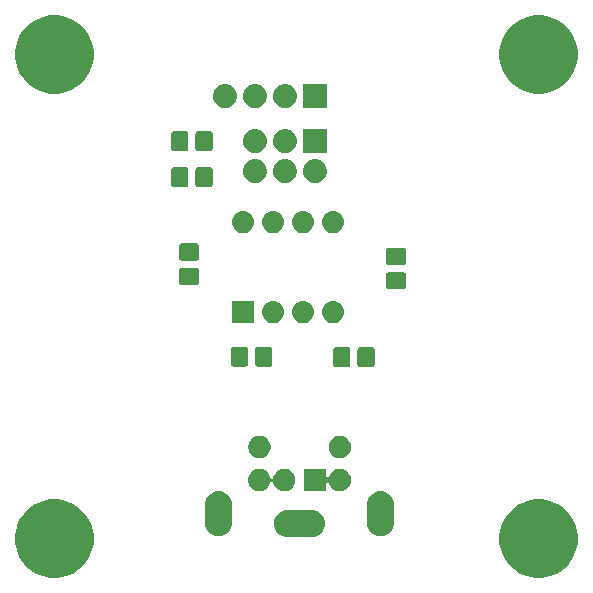
<source format=gbr>
G04 #@! TF.GenerationSoftware,KiCad,Pcbnew,(5.0.2)-1*
G04 #@! TF.CreationDate,2020-01-01T19:06:28-05:00*
G04 #@! TF.ProjectId,TinyPS2,54696e79-5053-4322-9e6b-696361645f70,X1*
G04 #@! TF.SameCoordinates,Original*
G04 #@! TF.FileFunction,Soldermask,Top*
G04 #@! TF.FilePolarity,Negative*
%FSLAX46Y46*%
G04 Gerber Fmt 4.6, Leading zero omitted, Abs format (unit mm)*
G04 Created by KiCad (PCBNEW (5.0.2)-1) date 1/1/2020 7:06:28 PM*
%MOMM*%
%LPD*%
G01*
G04 APERTURE LIST*
%ADD10C,0.150000*%
G04 APERTURE END LIST*
D10*
G36*
X14970564Y-51800469D02*
X14970566Y-51800470D01*
X14970567Y-51800470D01*
X15576115Y-52051296D01*
X15621164Y-52081397D01*
X16121097Y-52415442D01*
X16584558Y-52878903D01*
X16584560Y-52878906D01*
X16948704Y-53423885D01*
X17151677Y-53913906D01*
X17199531Y-54029436D01*
X17323132Y-54650821D01*
X17327400Y-54672280D01*
X17327400Y-55327720D01*
X17199530Y-55970567D01*
X16948704Y-56576115D01*
X16948703Y-56576116D01*
X16584558Y-57121097D01*
X16121097Y-57584558D01*
X16121094Y-57584560D01*
X15576115Y-57948704D01*
X14970567Y-58199530D01*
X14970566Y-58199530D01*
X14970564Y-58199531D01*
X14327722Y-58327400D01*
X13672278Y-58327400D01*
X13029436Y-58199531D01*
X13029434Y-58199530D01*
X13029433Y-58199530D01*
X12423885Y-57948704D01*
X11878906Y-57584560D01*
X11878903Y-57584558D01*
X11415442Y-57121097D01*
X11051297Y-56576116D01*
X11051296Y-56576115D01*
X10800470Y-55970567D01*
X10672600Y-55327720D01*
X10672600Y-54672280D01*
X10676868Y-54650821D01*
X10800469Y-54029436D01*
X10848323Y-53913906D01*
X11051296Y-53423885D01*
X11415440Y-52878906D01*
X11415442Y-52878903D01*
X11878903Y-52415442D01*
X12378836Y-52081397D01*
X12423885Y-52051296D01*
X13029433Y-51800470D01*
X13029434Y-51800470D01*
X13029436Y-51800469D01*
X13672278Y-51672600D01*
X14327722Y-51672600D01*
X14970564Y-51800469D01*
X14970564Y-51800469D01*
G37*
G36*
X55970564Y-51800469D02*
X55970566Y-51800470D01*
X55970567Y-51800470D01*
X56576115Y-52051296D01*
X56621164Y-52081397D01*
X57121097Y-52415442D01*
X57584558Y-52878903D01*
X57584560Y-52878906D01*
X57948704Y-53423885D01*
X58151677Y-53913906D01*
X58199531Y-54029436D01*
X58323132Y-54650821D01*
X58327400Y-54672280D01*
X58327400Y-55327720D01*
X58199530Y-55970567D01*
X57948704Y-56576115D01*
X57948703Y-56576116D01*
X57584558Y-57121097D01*
X57121097Y-57584558D01*
X57121094Y-57584560D01*
X56576115Y-57948704D01*
X55970567Y-58199530D01*
X55970566Y-58199530D01*
X55970564Y-58199531D01*
X55327722Y-58327400D01*
X54672278Y-58327400D01*
X54029436Y-58199531D01*
X54029434Y-58199530D01*
X54029433Y-58199530D01*
X53423885Y-57948704D01*
X52878906Y-57584560D01*
X52878903Y-57584558D01*
X52415442Y-57121097D01*
X52051297Y-56576116D01*
X52051296Y-56576115D01*
X51800470Y-55970567D01*
X51672600Y-55327720D01*
X51672600Y-54672280D01*
X51676868Y-54650821D01*
X51800469Y-54029436D01*
X51848323Y-53913906D01*
X52051296Y-53423885D01*
X52415440Y-52878906D01*
X52415442Y-52878903D01*
X52878903Y-52415442D01*
X53378836Y-52081397D01*
X53423885Y-52051296D01*
X54029433Y-51800470D01*
X54029434Y-51800470D01*
X54029436Y-51800469D01*
X54672278Y-51672600D01*
X55327722Y-51672600D01*
X55970564Y-51800469D01*
X55970564Y-51800469D01*
G37*
G36*
X35881039Y-52541158D02*
X35993910Y-52552275D01*
X36211138Y-52618171D01*
X36211140Y-52618172D01*
X36211143Y-52618173D01*
X36411337Y-52725178D01*
X36586812Y-52869188D01*
X36730822Y-53044663D01*
X36837827Y-53244857D01*
X36837828Y-53244860D01*
X36837829Y-53244862D01*
X36903725Y-53462090D01*
X36925975Y-53688000D01*
X36903725Y-53913910D01*
X36837829Y-54131138D01*
X36837827Y-54131143D01*
X36730822Y-54331337D01*
X36586812Y-54506812D01*
X36411337Y-54650822D01*
X36211143Y-54757827D01*
X36211140Y-54757828D01*
X36211138Y-54757829D01*
X35993910Y-54823725D01*
X35881039Y-54834842D01*
X35824606Y-54840400D01*
X33711394Y-54840400D01*
X33654961Y-54834842D01*
X33542090Y-54823725D01*
X33324862Y-54757829D01*
X33324860Y-54757828D01*
X33324857Y-54757827D01*
X33124663Y-54650822D01*
X32949188Y-54506812D01*
X32805178Y-54331337D01*
X32698173Y-54131143D01*
X32698171Y-54131138D01*
X32632275Y-53913910D01*
X32610025Y-53688000D01*
X32632275Y-53462090D01*
X32698171Y-53244862D01*
X32698172Y-53244860D01*
X32698173Y-53244857D01*
X32805178Y-53044663D01*
X32949188Y-52869188D01*
X33124663Y-52725178D01*
X33324857Y-52618173D01*
X33324860Y-52618172D01*
X33324862Y-52618171D01*
X33542090Y-52552275D01*
X33654961Y-52541158D01*
X33711394Y-52535600D01*
X35824606Y-52535600D01*
X35881039Y-52541158D01*
X35881039Y-52541158D01*
G37*
G36*
X41843909Y-51002275D02*
X42061137Y-51068171D01*
X42061139Y-51068172D01*
X42061142Y-51068173D01*
X42261336Y-51175178D01*
X42436812Y-51319188D01*
X42580822Y-51494663D01*
X42687827Y-51694857D01*
X42687827Y-51694858D01*
X42687829Y-51694862D01*
X42753725Y-51912090D01*
X42753725Y-51912094D01*
X42767436Y-52051296D01*
X42770400Y-52081396D01*
X42770400Y-53694604D01*
X42753725Y-53863910D01*
X42687829Y-54081138D01*
X42687827Y-54081143D01*
X42580822Y-54281337D01*
X42436812Y-54456812D01*
X42261337Y-54600822D01*
X42061143Y-54707827D01*
X42061140Y-54707828D01*
X42061138Y-54707829D01*
X41843910Y-54773725D01*
X41618000Y-54795975D01*
X41392091Y-54773725D01*
X41174863Y-54707829D01*
X41174861Y-54707828D01*
X41174858Y-54707827D01*
X40974664Y-54600822D01*
X40799189Y-54456812D01*
X40655179Y-54281337D01*
X40548171Y-54081138D01*
X40482275Y-53863911D01*
X40465600Y-53694606D01*
X40465600Y-52081395D01*
X40482275Y-51912095D01*
X40482275Y-51912091D01*
X40548171Y-51694863D01*
X40548172Y-51694861D01*
X40548173Y-51694858D01*
X40655178Y-51494664D01*
X40799188Y-51319188D01*
X40974663Y-51175178D01*
X41174857Y-51068173D01*
X41174860Y-51068172D01*
X41174862Y-51068171D01*
X41392090Y-51002275D01*
X41618000Y-50980025D01*
X41843909Y-51002275D01*
X41843909Y-51002275D01*
G37*
G36*
X28143909Y-51002275D02*
X28361137Y-51068171D01*
X28361139Y-51068172D01*
X28361142Y-51068173D01*
X28561336Y-51175178D01*
X28736812Y-51319188D01*
X28880822Y-51494663D01*
X28987827Y-51694857D01*
X28987827Y-51694858D01*
X28987829Y-51694862D01*
X29053725Y-51912090D01*
X29053725Y-51912094D01*
X29067436Y-52051296D01*
X29070400Y-52081396D01*
X29070400Y-53694604D01*
X29053725Y-53863910D01*
X28987829Y-54081138D01*
X28987827Y-54081143D01*
X28880822Y-54281337D01*
X28736812Y-54456812D01*
X28561337Y-54600822D01*
X28361143Y-54707827D01*
X28361140Y-54707828D01*
X28361138Y-54707829D01*
X28143910Y-54773725D01*
X27918000Y-54795975D01*
X27692091Y-54773725D01*
X27474863Y-54707829D01*
X27474861Y-54707828D01*
X27474858Y-54707827D01*
X27274664Y-54600822D01*
X27099189Y-54456812D01*
X26955179Y-54281337D01*
X26848171Y-54081138D01*
X26782275Y-53863911D01*
X26765600Y-53694606D01*
X26765600Y-52081395D01*
X26782275Y-51912095D01*
X26782275Y-51912091D01*
X26848171Y-51694863D01*
X26848172Y-51694861D01*
X26848173Y-51694858D01*
X26955178Y-51494664D01*
X27099188Y-51319188D01*
X27274663Y-51175178D01*
X27474857Y-51068173D01*
X27474860Y-51068172D01*
X27474862Y-51068171D01*
X27692090Y-51002275D01*
X27918000Y-50980025D01*
X28143909Y-51002275D01*
X28143909Y-51002275D01*
G37*
G36*
X31535404Y-49100240D02*
X31645805Y-49122200D01*
X31819130Y-49193994D01*
X31819131Y-49193995D01*
X31975122Y-49298225D01*
X32107775Y-49430878D01*
X32107777Y-49430881D01*
X32212006Y-49586870D01*
X32283800Y-49760195D01*
X32294978Y-49816393D01*
X32295402Y-49818523D01*
X32302515Y-49841972D01*
X32314066Y-49863583D01*
X32329612Y-49882525D01*
X32348554Y-49898071D01*
X32370165Y-49909622D01*
X32393614Y-49916735D01*
X32418000Y-49919137D01*
X32442386Y-49916735D01*
X32465835Y-49909622D01*
X32487446Y-49898071D01*
X32506388Y-49882525D01*
X32521934Y-49863583D01*
X32533485Y-49841972D01*
X32540598Y-49818523D01*
X32541022Y-49816393D01*
X32552200Y-49760195D01*
X32623994Y-49586870D01*
X32728223Y-49430881D01*
X32728225Y-49430878D01*
X32860878Y-49298225D01*
X33016869Y-49193995D01*
X33016870Y-49193994D01*
X33190195Y-49122200D01*
X33300596Y-49100240D01*
X33374195Y-49085600D01*
X33561805Y-49085600D01*
X33635404Y-49100240D01*
X33745805Y-49122200D01*
X33919130Y-49193994D01*
X33919131Y-49193995D01*
X34075122Y-49298225D01*
X34207775Y-49430878D01*
X34207777Y-49430881D01*
X34312006Y-49586870D01*
X34383800Y-49760195D01*
X34394978Y-49816393D01*
X34420400Y-49944195D01*
X34420400Y-50131805D01*
X34414938Y-50159265D01*
X34383800Y-50315805D01*
X34312006Y-50489130D01*
X34312005Y-50489131D01*
X34207775Y-50645122D01*
X34075122Y-50777775D01*
X34075119Y-50777777D01*
X33919130Y-50882006D01*
X33745805Y-50953800D01*
X33635404Y-50975760D01*
X33561805Y-50990400D01*
X33374195Y-50990400D01*
X33300596Y-50975760D01*
X33190195Y-50953800D01*
X33016870Y-50882006D01*
X32860881Y-50777777D01*
X32860878Y-50777775D01*
X32728225Y-50645122D01*
X32623995Y-50489131D01*
X32623994Y-50489130D01*
X32552200Y-50315805D01*
X32540598Y-50257476D01*
X32533485Y-50234028D01*
X32521934Y-50212417D01*
X32506388Y-50193475D01*
X32487446Y-50177929D01*
X32465835Y-50166378D01*
X32442386Y-50159265D01*
X32418000Y-50156863D01*
X32393614Y-50159265D01*
X32370165Y-50166378D01*
X32348554Y-50177929D01*
X32329612Y-50193475D01*
X32314066Y-50212417D01*
X32302515Y-50234028D01*
X32295402Y-50257476D01*
X32283800Y-50315805D01*
X32212006Y-50489130D01*
X32212005Y-50489131D01*
X32107775Y-50645122D01*
X31975122Y-50777775D01*
X31975119Y-50777777D01*
X31819130Y-50882006D01*
X31645805Y-50953800D01*
X31535404Y-50975760D01*
X31461805Y-50990400D01*
X31274195Y-50990400D01*
X31200596Y-50975760D01*
X31090195Y-50953800D01*
X30916870Y-50882006D01*
X30760881Y-50777777D01*
X30760878Y-50777775D01*
X30628225Y-50645122D01*
X30523995Y-50489131D01*
X30523994Y-50489130D01*
X30452200Y-50315805D01*
X30421062Y-50159265D01*
X30415600Y-50131805D01*
X30415600Y-49944195D01*
X30441022Y-49816393D01*
X30452200Y-49760195D01*
X30523994Y-49586870D01*
X30628223Y-49430881D01*
X30628225Y-49430878D01*
X30760878Y-49298225D01*
X30916869Y-49193995D01*
X30916870Y-49193994D01*
X31090195Y-49122200D01*
X31200596Y-49100240D01*
X31274195Y-49085600D01*
X31461805Y-49085600D01*
X31535404Y-49100240D01*
X31535404Y-49100240D01*
G37*
G36*
X37020400Y-49691393D02*
X37022802Y-49715779D01*
X37029915Y-49739228D01*
X37041466Y-49760839D01*
X37057012Y-49779781D01*
X37075954Y-49795327D01*
X37097565Y-49806878D01*
X37121014Y-49813991D01*
X37145400Y-49816393D01*
X37169786Y-49813991D01*
X37193235Y-49806878D01*
X37214846Y-49795327D01*
X37233788Y-49779781D01*
X37249334Y-49760839D01*
X37260883Y-49739234D01*
X37323994Y-49586870D01*
X37428223Y-49430881D01*
X37428225Y-49430878D01*
X37560878Y-49298225D01*
X37716869Y-49193995D01*
X37716870Y-49193994D01*
X37890195Y-49122200D01*
X38000596Y-49100240D01*
X38074195Y-49085600D01*
X38261805Y-49085600D01*
X38335404Y-49100240D01*
X38445805Y-49122200D01*
X38619130Y-49193994D01*
X38619131Y-49193995D01*
X38775122Y-49298225D01*
X38907775Y-49430878D01*
X38907777Y-49430881D01*
X39012006Y-49586870D01*
X39083800Y-49760195D01*
X39094978Y-49816393D01*
X39120400Y-49944195D01*
X39120400Y-50131805D01*
X39114938Y-50159265D01*
X39083800Y-50315805D01*
X39012006Y-50489130D01*
X39012005Y-50489131D01*
X38907775Y-50645122D01*
X38775122Y-50777775D01*
X38775119Y-50777777D01*
X38619130Y-50882006D01*
X38445805Y-50953800D01*
X38335404Y-50975760D01*
X38261805Y-50990400D01*
X38074195Y-50990400D01*
X38000596Y-50975760D01*
X37890195Y-50953800D01*
X37716870Y-50882006D01*
X37560881Y-50777777D01*
X37560878Y-50777775D01*
X37428225Y-50645122D01*
X37323995Y-50489131D01*
X37323994Y-50489130D01*
X37260883Y-50336766D01*
X37249333Y-50315160D01*
X37233788Y-50296218D01*
X37214846Y-50280673D01*
X37193235Y-50269122D01*
X37169786Y-50262009D01*
X37145400Y-50259607D01*
X37121013Y-50262009D01*
X37097564Y-50269122D01*
X37075953Y-50280674D01*
X37057011Y-50296219D01*
X37041466Y-50315161D01*
X37029915Y-50336772D01*
X37022802Y-50360221D01*
X37020400Y-50384607D01*
X37020400Y-50990400D01*
X35115600Y-50990400D01*
X35115600Y-49085600D01*
X37020400Y-49085600D01*
X37020400Y-49691393D01*
X37020400Y-49691393D01*
G37*
G36*
X31535404Y-46300240D02*
X31645805Y-46322200D01*
X31819130Y-46393994D01*
X31819131Y-46393995D01*
X31975122Y-46498225D01*
X32107775Y-46630878D01*
X32107777Y-46630881D01*
X32212006Y-46786870D01*
X32283800Y-46960195D01*
X32320400Y-47144197D01*
X32320400Y-47331803D01*
X32283800Y-47515805D01*
X32212006Y-47689130D01*
X32212005Y-47689131D01*
X32107775Y-47845122D01*
X31975122Y-47977775D01*
X31975119Y-47977777D01*
X31819130Y-48082006D01*
X31645805Y-48153800D01*
X31535404Y-48175760D01*
X31461805Y-48190400D01*
X31274195Y-48190400D01*
X31200596Y-48175760D01*
X31090195Y-48153800D01*
X30916870Y-48082006D01*
X30760881Y-47977777D01*
X30760878Y-47977775D01*
X30628225Y-47845122D01*
X30523995Y-47689131D01*
X30523994Y-47689130D01*
X30452200Y-47515805D01*
X30415600Y-47331803D01*
X30415600Y-47144197D01*
X30452200Y-46960195D01*
X30523994Y-46786870D01*
X30628223Y-46630881D01*
X30628225Y-46630878D01*
X30760878Y-46498225D01*
X30916869Y-46393995D01*
X30916870Y-46393994D01*
X31090195Y-46322200D01*
X31200596Y-46300240D01*
X31274195Y-46285600D01*
X31461805Y-46285600D01*
X31535404Y-46300240D01*
X31535404Y-46300240D01*
G37*
G36*
X38335404Y-46300240D02*
X38445805Y-46322200D01*
X38619130Y-46393994D01*
X38619131Y-46393995D01*
X38775122Y-46498225D01*
X38907775Y-46630878D01*
X38907777Y-46630881D01*
X39012006Y-46786870D01*
X39083800Y-46960195D01*
X39120400Y-47144197D01*
X39120400Y-47331803D01*
X39083800Y-47515805D01*
X39012006Y-47689130D01*
X39012005Y-47689131D01*
X38907775Y-47845122D01*
X38775122Y-47977775D01*
X38775119Y-47977777D01*
X38619130Y-48082006D01*
X38445805Y-48153800D01*
X38335404Y-48175760D01*
X38261805Y-48190400D01*
X38074195Y-48190400D01*
X38000596Y-48175760D01*
X37890195Y-48153800D01*
X37716870Y-48082006D01*
X37560881Y-47977777D01*
X37560878Y-47977775D01*
X37428225Y-47845122D01*
X37323995Y-47689131D01*
X37323994Y-47689130D01*
X37252200Y-47515805D01*
X37215600Y-47331803D01*
X37215600Y-47144197D01*
X37252200Y-46960195D01*
X37323994Y-46786870D01*
X37428223Y-46630881D01*
X37428225Y-46630878D01*
X37560878Y-46498225D01*
X37716869Y-46393995D01*
X37716870Y-46393994D01*
X37890195Y-46322200D01*
X38000596Y-46300240D01*
X38074195Y-46285600D01*
X38261805Y-46285600D01*
X38335404Y-46300240D01*
X38335404Y-46300240D01*
G37*
G36*
X40924591Y-38776912D02*
X40970549Y-38790854D01*
X41012907Y-38813495D01*
X41050035Y-38843965D01*
X41080505Y-38881093D01*
X41103146Y-38923451D01*
X41117088Y-38969409D01*
X41122400Y-39023348D01*
X41122400Y-40224652D01*
X41117088Y-40278591D01*
X41103146Y-40324549D01*
X41080505Y-40366907D01*
X41050035Y-40404035D01*
X41012907Y-40434505D01*
X40970549Y-40457146D01*
X40924591Y-40471088D01*
X40870652Y-40476400D01*
X39919348Y-40476400D01*
X39865409Y-40471088D01*
X39819451Y-40457146D01*
X39777093Y-40434505D01*
X39739965Y-40404035D01*
X39709495Y-40366907D01*
X39686854Y-40324549D01*
X39672912Y-40278591D01*
X39667600Y-40224652D01*
X39667600Y-39023348D01*
X39672912Y-38969409D01*
X39686854Y-38923451D01*
X39709495Y-38881093D01*
X39739965Y-38843965D01*
X39777093Y-38813495D01*
X39819451Y-38790854D01*
X39865409Y-38776912D01*
X39919348Y-38771600D01*
X40870652Y-38771600D01*
X40924591Y-38776912D01*
X40924591Y-38776912D01*
G37*
G36*
X38874591Y-38776912D02*
X38920549Y-38790854D01*
X38962907Y-38813495D01*
X39000035Y-38843965D01*
X39030505Y-38881093D01*
X39053146Y-38923451D01*
X39067088Y-38969409D01*
X39072400Y-39023348D01*
X39072400Y-40224652D01*
X39067088Y-40278591D01*
X39053146Y-40324549D01*
X39030505Y-40366907D01*
X39000035Y-40404035D01*
X38962907Y-40434505D01*
X38920549Y-40457146D01*
X38874591Y-40471088D01*
X38820652Y-40476400D01*
X37869348Y-40476400D01*
X37815409Y-40471088D01*
X37769451Y-40457146D01*
X37727093Y-40434505D01*
X37689965Y-40404035D01*
X37659495Y-40366907D01*
X37636854Y-40324549D01*
X37622912Y-40278591D01*
X37617600Y-40224652D01*
X37617600Y-39023348D01*
X37622912Y-38969409D01*
X37636854Y-38923451D01*
X37659495Y-38881093D01*
X37689965Y-38843965D01*
X37727093Y-38813495D01*
X37769451Y-38790854D01*
X37815409Y-38776912D01*
X37869348Y-38771600D01*
X38820652Y-38771600D01*
X38874591Y-38776912D01*
X38874591Y-38776912D01*
G37*
G36*
X32258592Y-38735913D02*
X32304550Y-38749855D01*
X32346908Y-38772496D01*
X32384036Y-38802966D01*
X32414506Y-38840094D01*
X32437147Y-38882452D01*
X32451089Y-38928410D01*
X32456401Y-38982349D01*
X32456401Y-40183653D01*
X32451089Y-40237592D01*
X32437147Y-40283550D01*
X32414506Y-40325908D01*
X32384036Y-40363036D01*
X32346908Y-40393506D01*
X32304550Y-40416147D01*
X32258592Y-40430089D01*
X32204653Y-40435401D01*
X31253349Y-40435401D01*
X31199410Y-40430089D01*
X31153452Y-40416147D01*
X31111094Y-40393506D01*
X31073966Y-40363036D01*
X31043496Y-40325908D01*
X31020855Y-40283550D01*
X31006913Y-40237592D01*
X31001601Y-40183653D01*
X31001601Y-38982349D01*
X31006913Y-38928410D01*
X31020855Y-38882452D01*
X31043496Y-38840094D01*
X31073966Y-38802966D01*
X31111094Y-38772496D01*
X31153452Y-38749855D01*
X31199410Y-38735913D01*
X31253349Y-38730601D01*
X32204653Y-38730601D01*
X32258592Y-38735913D01*
X32258592Y-38735913D01*
G37*
G36*
X30208592Y-38735913D02*
X30254550Y-38749855D01*
X30296908Y-38772496D01*
X30334036Y-38802966D01*
X30364506Y-38840094D01*
X30387147Y-38882452D01*
X30401089Y-38928410D01*
X30406401Y-38982349D01*
X30406401Y-40183653D01*
X30401089Y-40237592D01*
X30387147Y-40283550D01*
X30364506Y-40325908D01*
X30334036Y-40363036D01*
X30296908Y-40393506D01*
X30254550Y-40416147D01*
X30208592Y-40430089D01*
X30154653Y-40435401D01*
X29203349Y-40435401D01*
X29149410Y-40430089D01*
X29103452Y-40416147D01*
X29061094Y-40393506D01*
X29023966Y-40363036D01*
X28993496Y-40325908D01*
X28970855Y-40283550D01*
X28956913Y-40237592D01*
X28951601Y-40183653D01*
X28951601Y-38982349D01*
X28956913Y-38928410D01*
X28970855Y-38882452D01*
X28993496Y-38840094D01*
X29023966Y-38802966D01*
X29061094Y-38772496D01*
X29103452Y-38749855D01*
X29149410Y-38735913D01*
X29203349Y-38730601D01*
X30154653Y-38730601D01*
X30208592Y-38735913D01*
X30208592Y-38735913D01*
G37*
G36*
X37778699Y-34875380D02*
X37778702Y-34875381D01*
X37778703Y-34875381D01*
X37958231Y-34929840D01*
X37958233Y-34929841D01*
X37958236Y-34929842D01*
X38123686Y-35018276D01*
X38268707Y-35137293D01*
X38387724Y-35282314D01*
X38476158Y-35447764D01*
X38530620Y-35627301D01*
X38549008Y-35814000D01*
X38530620Y-36000699D01*
X38476158Y-36180236D01*
X38387724Y-36345686D01*
X38268707Y-36490707D01*
X38123686Y-36609724D01*
X37958236Y-36698158D01*
X37958233Y-36698159D01*
X37958231Y-36698160D01*
X37778703Y-36752619D01*
X37778702Y-36752619D01*
X37778699Y-36752620D01*
X37638789Y-36766400D01*
X37545211Y-36766400D01*
X37405301Y-36752620D01*
X37405298Y-36752619D01*
X37405297Y-36752619D01*
X37225769Y-36698160D01*
X37225767Y-36698159D01*
X37225764Y-36698158D01*
X37060314Y-36609724D01*
X36915293Y-36490707D01*
X36796276Y-36345686D01*
X36707842Y-36180236D01*
X36653380Y-36000699D01*
X36634992Y-35814000D01*
X36653380Y-35627301D01*
X36707842Y-35447764D01*
X36796276Y-35282314D01*
X36915293Y-35137293D01*
X37060314Y-35018276D01*
X37225764Y-34929842D01*
X37225767Y-34929841D01*
X37225769Y-34929840D01*
X37405297Y-34875381D01*
X37405298Y-34875381D01*
X37405301Y-34875380D01*
X37545211Y-34861600D01*
X37638789Y-34861600D01*
X37778699Y-34875380D01*
X37778699Y-34875380D01*
G37*
G36*
X35238699Y-34875380D02*
X35238702Y-34875381D01*
X35238703Y-34875381D01*
X35418231Y-34929840D01*
X35418233Y-34929841D01*
X35418236Y-34929842D01*
X35583686Y-35018276D01*
X35728707Y-35137293D01*
X35847724Y-35282314D01*
X35936158Y-35447764D01*
X35990620Y-35627301D01*
X36009008Y-35814000D01*
X35990620Y-36000699D01*
X35936158Y-36180236D01*
X35847724Y-36345686D01*
X35728707Y-36490707D01*
X35583686Y-36609724D01*
X35418236Y-36698158D01*
X35418233Y-36698159D01*
X35418231Y-36698160D01*
X35238703Y-36752619D01*
X35238702Y-36752619D01*
X35238699Y-36752620D01*
X35098789Y-36766400D01*
X35005211Y-36766400D01*
X34865301Y-36752620D01*
X34865298Y-36752619D01*
X34865297Y-36752619D01*
X34685769Y-36698160D01*
X34685767Y-36698159D01*
X34685764Y-36698158D01*
X34520314Y-36609724D01*
X34375293Y-36490707D01*
X34256276Y-36345686D01*
X34167842Y-36180236D01*
X34113380Y-36000699D01*
X34094992Y-35814000D01*
X34113380Y-35627301D01*
X34167842Y-35447764D01*
X34256276Y-35282314D01*
X34375293Y-35137293D01*
X34520314Y-35018276D01*
X34685764Y-34929842D01*
X34685767Y-34929841D01*
X34685769Y-34929840D01*
X34865297Y-34875381D01*
X34865298Y-34875381D01*
X34865301Y-34875380D01*
X35005211Y-34861600D01*
X35098789Y-34861600D01*
X35238699Y-34875380D01*
X35238699Y-34875380D01*
G37*
G36*
X32698699Y-34875380D02*
X32698702Y-34875381D01*
X32698703Y-34875381D01*
X32878231Y-34929840D01*
X32878233Y-34929841D01*
X32878236Y-34929842D01*
X33043686Y-35018276D01*
X33188707Y-35137293D01*
X33307724Y-35282314D01*
X33396158Y-35447764D01*
X33450620Y-35627301D01*
X33469008Y-35814000D01*
X33450620Y-36000699D01*
X33396158Y-36180236D01*
X33307724Y-36345686D01*
X33188707Y-36490707D01*
X33043686Y-36609724D01*
X32878236Y-36698158D01*
X32878233Y-36698159D01*
X32878231Y-36698160D01*
X32698703Y-36752619D01*
X32698702Y-36752619D01*
X32698699Y-36752620D01*
X32558789Y-36766400D01*
X32465211Y-36766400D01*
X32325301Y-36752620D01*
X32325298Y-36752619D01*
X32325297Y-36752619D01*
X32145769Y-36698160D01*
X32145767Y-36698159D01*
X32145764Y-36698158D01*
X31980314Y-36609724D01*
X31835293Y-36490707D01*
X31716276Y-36345686D01*
X31627842Y-36180236D01*
X31573380Y-36000699D01*
X31554992Y-35814000D01*
X31573380Y-35627301D01*
X31627842Y-35447764D01*
X31716276Y-35282314D01*
X31835293Y-35137293D01*
X31980314Y-35018276D01*
X32145764Y-34929842D01*
X32145767Y-34929841D01*
X32145769Y-34929840D01*
X32325297Y-34875381D01*
X32325298Y-34875381D01*
X32325301Y-34875380D01*
X32465211Y-34861600D01*
X32558789Y-34861600D01*
X32698699Y-34875380D01*
X32698699Y-34875380D01*
G37*
G36*
X30924400Y-36766400D02*
X29019600Y-36766400D01*
X29019600Y-34861600D01*
X30924400Y-34861600D01*
X30924400Y-36766400D01*
X30924400Y-36766400D01*
G37*
G36*
X43580591Y-32433912D02*
X43626549Y-32447854D01*
X43668907Y-32470495D01*
X43706035Y-32500965D01*
X43736505Y-32538093D01*
X43759146Y-32580451D01*
X43773088Y-32626409D01*
X43778400Y-32680348D01*
X43778400Y-33631652D01*
X43773088Y-33685591D01*
X43759146Y-33731549D01*
X43736505Y-33773907D01*
X43706035Y-33811035D01*
X43668907Y-33841505D01*
X43626549Y-33864146D01*
X43580591Y-33878088D01*
X43526652Y-33883400D01*
X42325348Y-33883400D01*
X42271409Y-33878088D01*
X42225451Y-33864146D01*
X42183093Y-33841505D01*
X42145965Y-33811035D01*
X42115495Y-33773907D01*
X42092854Y-33731549D01*
X42078912Y-33685591D01*
X42073600Y-33631652D01*
X42073600Y-32680348D01*
X42078912Y-32626409D01*
X42092854Y-32580451D01*
X42115495Y-32538093D01*
X42145965Y-32500965D01*
X42183093Y-32470495D01*
X42225451Y-32447854D01*
X42271409Y-32433912D01*
X42325348Y-32428600D01*
X43526652Y-32428600D01*
X43580591Y-32433912D01*
X43580591Y-32433912D01*
G37*
G36*
X26054591Y-32052912D02*
X26100549Y-32066854D01*
X26142907Y-32089495D01*
X26180035Y-32119965D01*
X26210505Y-32157093D01*
X26233146Y-32199451D01*
X26247088Y-32245409D01*
X26252400Y-32299348D01*
X26252400Y-33250652D01*
X26247088Y-33304591D01*
X26233146Y-33350549D01*
X26210505Y-33392907D01*
X26180035Y-33430035D01*
X26142907Y-33460505D01*
X26100549Y-33483146D01*
X26054591Y-33497088D01*
X26000652Y-33502400D01*
X24799348Y-33502400D01*
X24745409Y-33497088D01*
X24699451Y-33483146D01*
X24657093Y-33460505D01*
X24619965Y-33430035D01*
X24589495Y-33392907D01*
X24566854Y-33350549D01*
X24552912Y-33304591D01*
X24547600Y-33250652D01*
X24547600Y-32299348D01*
X24552912Y-32245409D01*
X24566854Y-32199451D01*
X24589495Y-32157093D01*
X24619965Y-32119965D01*
X24657093Y-32089495D01*
X24699451Y-32066854D01*
X24745409Y-32052912D01*
X24799348Y-32047600D01*
X26000652Y-32047600D01*
X26054591Y-32052912D01*
X26054591Y-32052912D01*
G37*
G36*
X43580591Y-30383912D02*
X43626549Y-30397854D01*
X43668907Y-30420495D01*
X43706035Y-30450965D01*
X43736505Y-30488093D01*
X43759146Y-30530451D01*
X43773088Y-30576409D01*
X43778400Y-30630348D01*
X43778400Y-31581652D01*
X43773088Y-31635591D01*
X43759146Y-31681549D01*
X43736505Y-31723907D01*
X43706035Y-31761035D01*
X43668907Y-31791505D01*
X43626549Y-31814146D01*
X43580591Y-31828088D01*
X43526652Y-31833400D01*
X42325348Y-31833400D01*
X42271409Y-31828088D01*
X42225451Y-31814146D01*
X42183093Y-31791505D01*
X42145965Y-31761035D01*
X42115495Y-31723907D01*
X42092854Y-31681549D01*
X42078912Y-31635591D01*
X42073600Y-31581652D01*
X42073600Y-30630348D01*
X42078912Y-30576409D01*
X42092854Y-30530451D01*
X42115495Y-30488093D01*
X42145965Y-30450965D01*
X42183093Y-30420495D01*
X42225451Y-30397854D01*
X42271409Y-30383912D01*
X42325348Y-30378600D01*
X43526652Y-30378600D01*
X43580591Y-30383912D01*
X43580591Y-30383912D01*
G37*
G36*
X26054591Y-30002912D02*
X26100549Y-30016854D01*
X26142907Y-30039495D01*
X26180035Y-30069965D01*
X26210505Y-30107093D01*
X26233146Y-30149451D01*
X26247088Y-30195409D01*
X26252400Y-30249348D01*
X26252400Y-31200652D01*
X26247088Y-31254591D01*
X26233146Y-31300549D01*
X26210505Y-31342907D01*
X26180035Y-31380035D01*
X26142907Y-31410505D01*
X26100549Y-31433146D01*
X26054591Y-31447088D01*
X26000652Y-31452400D01*
X24799348Y-31452400D01*
X24745409Y-31447088D01*
X24699451Y-31433146D01*
X24657093Y-31410505D01*
X24619965Y-31380035D01*
X24589495Y-31342907D01*
X24566854Y-31300549D01*
X24552912Y-31254591D01*
X24547600Y-31200652D01*
X24547600Y-30249348D01*
X24552912Y-30195409D01*
X24566854Y-30149451D01*
X24589495Y-30107093D01*
X24619965Y-30069965D01*
X24657093Y-30039495D01*
X24699451Y-30016854D01*
X24745409Y-30002912D01*
X24799348Y-29997600D01*
X26000652Y-29997600D01*
X26054591Y-30002912D01*
X26054591Y-30002912D01*
G37*
G36*
X32698699Y-27255380D02*
X32698702Y-27255381D01*
X32698703Y-27255381D01*
X32878231Y-27309840D01*
X32878233Y-27309841D01*
X32878236Y-27309842D01*
X33043686Y-27398276D01*
X33188707Y-27517293D01*
X33307724Y-27662314D01*
X33396158Y-27827764D01*
X33450620Y-28007301D01*
X33469008Y-28194000D01*
X33450620Y-28380699D01*
X33396158Y-28560236D01*
X33307724Y-28725686D01*
X33188707Y-28870707D01*
X33043686Y-28989724D01*
X32878236Y-29078158D01*
X32878233Y-29078159D01*
X32878231Y-29078160D01*
X32698703Y-29132619D01*
X32698702Y-29132619D01*
X32698699Y-29132620D01*
X32558789Y-29146400D01*
X32465211Y-29146400D01*
X32325301Y-29132620D01*
X32325298Y-29132619D01*
X32325297Y-29132619D01*
X32145769Y-29078160D01*
X32145767Y-29078159D01*
X32145764Y-29078158D01*
X31980314Y-28989724D01*
X31835293Y-28870707D01*
X31716276Y-28725686D01*
X31627842Y-28560236D01*
X31573380Y-28380699D01*
X31554992Y-28194000D01*
X31573380Y-28007301D01*
X31627842Y-27827764D01*
X31716276Y-27662314D01*
X31835293Y-27517293D01*
X31980314Y-27398276D01*
X32145764Y-27309842D01*
X32145767Y-27309841D01*
X32145769Y-27309840D01*
X32325297Y-27255381D01*
X32325298Y-27255381D01*
X32325301Y-27255380D01*
X32465211Y-27241600D01*
X32558789Y-27241600D01*
X32698699Y-27255380D01*
X32698699Y-27255380D01*
G37*
G36*
X37778699Y-27255380D02*
X37778702Y-27255381D01*
X37778703Y-27255381D01*
X37958231Y-27309840D01*
X37958233Y-27309841D01*
X37958236Y-27309842D01*
X38123686Y-27398276D01*
X38268707Y-27517293D01*
X38387724Y-27662314D01*
X38476158Y-27827764D01*
X38530620Y-28007301D01*
X38549008Y-28194000D01*
X38530620Y-28380699D01*
X38476158Y-28560236D01*
X38387724Y-28725686D01*
X38268707Y-28870707D01*
X38123686Y-28989724D01*
X37958236Y-29078158D01*
X37958233Y-29078159D01*
X37958231Y-29078160D01*
X37778703Y-29132619D01*
X37778702Y-29132619D01*
X37778699Y-29132620D01*
X37638789Y-29146400D01*
X37545211Y-29146400D01*
X37405301Y-29132620D01*
X37405298Y-29132619D01*
X37405297Y-29132619D01*
X37225769Y-29078160D01*
X37225767Y-29078159D01*
X37225764Y-29078158D01*
X37060314Y-28989724D01*
X36915293Y-28870707D01*
X36796276Y-28725686D01*
X36707842Y-28560236D01*
X36653380Y-28380699D01*
X36634992Y-28194000D01*
X36653380Y-28007301D01*
X36707842Y-27827764D01*
X36796276Y-27662314D01*
X36915293Y-27517293D01*
X37060314Y-27398276D01*
X37225764Y-27309842D01*
X37225767Y-27309841D01*
X37225769Y-27309840D01*
X37405297Y-27255381D01*
X37405298Y-27255381D01*
X37405301Y-27255380D01*
X37545211Y-27241600D01*
X37638789Y-27241600D01*
X37778699Y-27255380D01*
X37778699Y-27255380D01*
G37*
G36*
X35238699Y-27255380D02*
X35238702Y-27255381D01*
X35238703Y-27255381D01*
X35418231Y-27309840D01*
X35418233Y-27309841D01*
X35418236Y-27309842D01*
X35583686Y-27398276D01*
X35728707Y-27517293D01*
X35847724Y-27662314D01*
X35936158Y-27827764D01*
X35990620Y-28007301D01*
X36009008Y-28194000D01*
X35990620Y-28380699D01*
X35936158Y-28560236D01*
X35847724Y-28725686D01*
X35728707Y-28870707D01*
X35583686Y-28989724D01*
X35418236Y-29078158D01*
X35418233Y-29078159D01*
X35418231Y-29078160D01*
X35238703Y-29132619D01*
X35238702Y-29132619D01*
X35238699Y-29132620D01*
X35098789Y-29146400D01*
X35005211Y-29146400D01*
X34865301Y-29132620D01*
X34865298Y-29132619D01*
X34865297Y-29132619D01*
X34685769Y-29078160D01*
X34685767Y-29078159D01*
X34685764Y-29078158D01*
X34520314Y-28989724D01*
X34375293Y-28870707D01*
X34256276Y-28725686D01*
X34167842Y-28560236D01*
X34113380Y-28380699D01*
X34094992Y-28194000D01*
X34113380Y-28007301D01*
X34167842Y-27827764D01*
X34256276Y-27662314D01*
X34375293Y-27517293D01*
X34520314Y-27398276D01*
X34685764Y-27309842D01*
X34685767Y-27309841D01*
X34685769Y-27309840D01*
X34865297Y-27255381D01*
X34865298Y-27255381D01*
X34865301Y-27255380D01*
X35005211Y-27241600D01*
X35098789Y-27241600D01*
X35238699Y-27255380D01*
X35238699Y-27255380D01*
G37*
G36*
X30158699Y-27255380D02*
X30158702Y-27255381D01*
X30158703Y-27255381D01*
X30338231Y-27309840D01*
X30338233Y-27309841D01*
X30338236Y-27309842D01*
X30503686Y-27398276D01*
X30648707Y-27517293D01*
X30767724Y-27662314D01*
X30856158Y-27827764D01*
X30910620Y-28007301D01*
X30929008Y-28194000D01*
X30910620Y-28380699D01*
X30856158Y-28560236D01*
X30767724Y-28725686D01*
X30648707Y-28870707D01*
X30503686Y-28989724D01*
X30338236Y-29078158D01*
X30338233Y-29078159D01*
X30338231Y-29078160D01*
X30158703Y-29132619D01*
X30158702Y-29132619D01*
X30158699Y-29132620D01*
X30018789Y-29146400D01*
X29925211Y-29146400D01*
X29785301Y-29132620D01*
X29785298Y-29132619D01*
X29785297Y-29132619D01*
X29605769Y-29078160D01*
X29605767Y-29078159D01*
X29605764Y-29078158D01*
X29440314Y-28989724D01*
X29295293Y-28870707D01*
X29176276Y-28725686D01*
X29087842Y-28560236D01*
X29033380Y-28380699D01*
X29014992Y-28194000D01*
X29033380Y-28007301D01*
X29087842Y-27827764D01*
X29176276Y-27662314D01*
X29295293Y-27517293D01*
X29440314Y-27398276D01*
X29605764Y-27309842D01*
X29605767Y-27309841D01*
X29605769Y-27309840D01*
X29785297Y-27255381D01*
X29785298Y-27255381D01*
X29785301Y-27255380D01*
X29925211Y-27241600D01*
X30018789Y-27241600D01*
X30158699Y-27255380D01*
X30158699Y-27255380D01*
G37*
G36*
X27208591Y-23536912D02*
X27254549Y-23550854D01*
X27296907Y-23573495D01*
X27334035Y-23603965D01*
X27364505Y-23641093D01*
X27387146Y-23683451D01*
X27401088Y-23729409D01*
X27406400Y-23783348D01*
X27406400Y-24984652D01*
X27401088Y-25038591D01*
X27387146Y-25084549D01*
X27364505Y-25126907D01*
X27334035Y-25164035D01*
X27296907Y-25194505D01*
X27254549Y-25217146D01*
X27208591Y-25231088D01*
X27154652Y-25236400D01*
X26203348Y-25236400D01*
X26149409Y-25231088D01*
X26103451Y-25217146D01*
X26061093Y-25194505D01*
X26023965Y-25164035D01*
X25993495Y-25126907D01*
X25970854Y-25084549D01*
X25956912Y-25038591D01*
X25951600Y-24984652D01*
X25951600Y-23783348D01*
X25956912Y-23729409D01*
X25970854Y-23683451D01*
X25993495Y-23641093D01*
X26023965Y-23603965D01*
X26061093Y-23573495D01*
X26103451Y-23550854D01*
X26149409Y-23536912D01*
X26203348Y-23531600D01*
X27154652Y-23531600D01*
X27208591Y-23536912D01*
X27208591Y-23536912D01*
G37*
G36*
X25158591Y-23536912D02*
X25204549Y-23550854D01*
X25246907Y-23573495D01*
X25284035Y-23603965D01*
X25314505Y-23641093D01*
X25337146Y-23683451D01*
X25351088Y-23729409D01*
X25356400Y-23783348D01*
X25356400Y-24984652D01*
X25351088Y-25038591D01*
X25337146Y-25084549D01*
X25314505Y-25126907D01*
X25284035Y-25164035D01*
X25246907Y-25194505D01*
X25204549Y-25217146D01*
X25158591Y-25231088D01*
X25104652Y-25236400D01*
X24153348Y-25236400D01*
X24099409Y-25231088D01*
X24053451Y-25217146D01*
X24011093Y-25194505D01*
X23973965Y-25164035D01*
X23943495Y-25126907D01*
X23920854Y-25084549D01*
X23906912Y-25038591D01*
X23901600Y-24984652D01*
X23901600Y-23783348D01*
X23906912Y-23729409D01*
X23920854Y-23683451D01*
X23943495Y-23641093D01*
X23973965Y-23603965D01*
X24011093Y-23573495D01*
X24053451Y-23550854D01*
X24099409Y-23536912D01*
X24153348Y-23531600D01*
X25104652Y-23531600D01*
X25158591Y-23536912D01*
X25158591Y-23536912D01*
G37*
G36*
X31184501Y-22888103D02*
X31184504Y-22888104D01*
X31184505Y-22888104D01*
X31373458Y-22945422D01*
X31373460Y-22945423D01*
X31373463Y-22945424D01*
X31547595Y-23038499D01*
X31700233Y-23163767D01*
X31825501Y-23316405D01*
X31918576Y-23490537D01*
X31918577Y-23490540D01*
X31918578Y-23490542D01*
X31964247Y-23641093D01*
X31975897Y-23679499D01*
X31995250Y-23876000D01*
X31975897Y-24072501D01*
X31918576Y-24261463D01*
X31825501Y-24435595D01*
X31700233Y-24588233D01*
X31547595Y-24713501D01*
X31373463Y-24806576D01*
X31373460Y-24806577D01*
X31373458Y-24806578D01*
X31184505Y-24863896D01*
X31184504Y-24863896D01*
X31184501Y-24863897D01*
X31037247Y-24878400D01*
X30938753Y-24878400D01*
X30791499Y-24863897D01*
X30791496Y-24863896D01*
X30791495Y-24863896D01*
X30602542Y-24806578D01*
X30602540Y-24806577D01*
X30602537Y-24806576D01*
X30428405Y-24713501D01*
X30275767Y-24588233D01*
X30150499Y-24435595D01*
X30057424Y-24261463D01*
X30000103Y-24072501D01*
X29980750Y-23876000D01*
X30000103Y-23679499D01*
X30011753Y-23641093D01*
X30057422Y-23490542D01*
X30057423Y-23490540D01*
X30057424Y-23490537D01*
X30150499Y-23316405D01*
X30275767Y-23163767D01*
X30428405Y-23038499D01*
X30602537Y-22945424D01*
X30602540Y-22945423D01*
X30602542Y-22945422D01*
X30791495Y-22888104D01*
X30791496Y-22888104D01*
X30791499Y-22888103D01*
X30938753Y-22873600D01*
X31037247Y-22873600D01*
X31184501Y-22888103D01*
X31184501Y-22888103D01*
G37*
G36*
X36264501Y-22888103D02*
X36264504Y-22888104D01*
X36264505Y-22888104D01*
X36453458Y-22945422D01*
X36453460Y-22945423D01*
X36453463Y-22945424D01*
X36627595Y-23038499D01*
X36780233Y-23163767D01*
X36905501Y-23316405D01*
X36998576Y-23490537D01*
X36998577Y-23490540D01*
X36998578Y-23490542D01*
X37044247Y-23641093D01*
X37055897Y-23679499D01*
X37075250Y-23876000D01*
X37055897Y-24072501D01*
X36998576Y-24261463D01*
X36905501Y-24435595D01*
X36780233Y-24588233D01*
X36627595Y-24713501D01*
X36453463Y-24806576D01*
X36453460Y-24806577D01*
X36453458Y-24806578D01*
X36264505Y-24863896D01*
X36264504Y-24863896D01*
X36264501Y-24863897D01*
X36117247Y-24878400D01*
X36018753Y-24878400D01*
X35871499Y-24863897D01*
X35871496Y-24863896D01*
X35871495Y-24863896D01*
X35682542Y-24806578D01*
X35682540Y-24806577D01*
X35682537Y-24806576D01*
X35508405Y-24713501D01*
X35355767Y-24588233D01*
X35230499Y-24435595D01*
X35137424Y-24261463D01*
X35080103Y-24072501D01*
X35060750Y-23876000D01*
X35080103Y-23679499D01*
X35091753Y-23641093D01*
X35137422Y-23490542D01*
X35137423Y-23490540D01*
X35137424Y-23490537D01*
X35230499Y-23316405D01*
X35355767Y-23163767D01*
X35508405Y-23038499D01*
X35682537Y-22945424D01*
X35682540Y-22945423D01*
X35682542Y-22945422D01*
X35871495Y-22888104D01*
X35871496Y-22888104D01*
X35871499Y-22888103D01*
X36018753Y-22873600D01*
X36117247Y-22873600D01*
X36264501Y-22888103D01*
X36264501Y-22888103D01*
G37*
G36*
X33724501Y-22888103D02*
X33724504Y-22888104D01*
X33724505Y-22888104D01*
X33913458Y-22945422D01*
X33913460Y-22945423D01*
X33913463Y-22945424D01*
X34087595Y-23038499D01*
X34240233Y-23163767D01*
X34365501Y-23316405D01*
X34458576Y-23490537D01*
X34458577Y-23490540D01*
X34458578Y-23490542D01*
X34504247Y-23641093D01*
X34515897Y-23679499D01*
X34535250Y-23876000D01*
X34515897Y-24072501D01*
X34458576Y-24261463D01*
X34365501Y-24435595D01*
X34240233Y-24588233D01*
X34087595Y-24713501D01*
X33913463Y-24806576D01*
X33913460Y-24806577D01*
X33913458Y-24806578D01*
X33724505Y-24863896D01*
X33724504Y-24863896D01*
X33724501Y-24863897D01*
X33577247Y-24878400D01*
X33478753Y-24878400D01*
X33331499Y-24863897D01*
X33331496Y-24863896D01*
X33331495Y-24863896D01*
X33142542Y-24806578D01*
X33142540Y-24806577D01*
X33142537Y-24806576D01*
X32968405Y-24713501D01*
X32815767Y-24588233D01*
X32690499Y-24435595D01*
X32597424Y-24261463D01*
X32540103Y-24072501D01*
X32520750Y-23876000D01*
X32540103Y-23679499D01*
X32551753Y-23641093D01*
X32597422Y-23490542D01*
X32597423Y-23490540D01*
X32597424Y-23490537D01*
X32690499Y-23316405D01*
X32815767Y-23163767D01*
X32968405Y-23038499D01*
X33142537Y-22945424D01*
X33142540Y-22945423D01*
X33142542Y-22945422D01*
X33331495Y-22888104D01*
X33331496Y-22888104D01*
X33331499Y-22888103D01*
X33478753Y-22873600D01*
X33577247Y-22873600D01*
X33724501Y-22888103D01*
X33724501Y-22888103D01*
G37*
G36*
X31184501Y-20348103D02*
X31184504Y-20348104D01*
X31184505Y-20348104D01*
X31373458Y-20405422D01*
X31373460Y-20405423D01*
X31373463Y-20405424D01*
X31547595Y-20498499D01*
X31700233Y-20623767D01*
X31825501Y-20776405D01*
X31918576Y-20950537D01*
X31975897Y-21139499D01*
X31995250Y-21336000D01*
X31975897Y-21532501D01*
X31918576Y-21721463D01*
X31825501Y-21895595D01*
X31700233Y-22048233D01*
X31547595Y-22173501D01*
X31373463Y-22266576D01*
X31373460Y-22266577D01*
X31373458Y-22266578D01*
X31184505Y-22323896D01*
X31184504Y-22323896D01*
X31184501Y-22323897D01*
X31037247Y-22338400D01*
X30938753Y-22338400D01*
X30791499Y-22323897D01*
X30791496Y-22323896D01*
X30791495Y-22323896D01*
X30602542Y-22266578D01*
X30602540Y-22266577D01*
X30602537Y-22266576D01*
X30428405Y-22173501D01*
X30275767Y-22048233D01*
X30150499Y-21895595D01*
X30057424Y-21721463D01*
X30000103Y-21532501D01*
X29980750Y-21336000D01*
X30000103Y-21139499D01*
X30057424Y-20950537D01*
X30150499Y-20776405D01*
X30275767Y-20623767D01*
X30428405Y-20498499D01*
X30602537Y-20405424D01*
X30602540Y-20405423D01*
X30602542Y-20405422D01*
X30791495Y-20348104D01*
X30791496Y-20348104D01*
X30791499Y-20348103D01*
X30938753Y-20333600D01*
X31037247Y-20333600D01*
X31184501Y-20348103D01*
X31184501Y-20348103D01*
G37*
G36*
X33724501Y-20348103D02*
X33724504Y-20348104D01*
X33724505Y-20348104D01*
X33913458Y-20405422D01*
X33913460Y-20405423D01*
X33913463Y-20405424D01*
X34087595Y-20498499D01*
X34240233Y-20623767D01*
X34365501Y-20776405D01*
X34458576Y-20950537D01*
X34515897Y-21139499D01*
X34535250Y-21336000D01*
X34515897Y-21532501D01*
X34458576Y-21721463D01*
X34365501Y-21895595D01*
X34240233Y-22048233D01*
X34087595Y-22173501D01*
X33913463Y-22266576D01*
X33913460Y-22266577D01*
X33913458Y-22266578D01*
X33724505Y-22323896D01*
X33724504Y-22323896D01*
X33724501Y-22323897D01*
X33577247Y-22338400D01*
X33478753Y-22338400D01*
X33331499Y-22323897D01*
X33331496Y-22323896D01*
X33331495Y-22323896D01*
X33142542Y-22266578D01*
X33142540Y-22266577D01*
X33142537Y-22266576D01*
X32968405Y-22173501D01*
X32815767Y-22048233D01*
X32690499Y-21895595D01*
X32597424Y-21721463D01*
X32540103Y-21532501D01*
X32520750Y-21336000D01*
X32540103Y-21139499D01*
X32597424Y-20950537D01*
X32690499Y-20776405D01*
X32815767Y-20623767D01*
X32968405Y-20498499D01*
X33142537Y-20405424D01*
X33142540Y-20405423D01*
X33142542Y-20405422D01*
X33331495Y-20348104D01*
X33331496Y-20348104D01*
X33331499Y-20348103D01*
X33478753Y-20333600D01*
X33577247Y-20333600D01*
X33724501Y-20348103D01*
X33724501Y-20348103D01*
G37*
G36*
X37070400Y-22338400D02*
X35065600Y-22338400D01*
X35065600Y-20333600D01*
X37070400Y-20333600D01*
X37070400Y-22338400D01*
X37070400Y-22338400D01*
G37*
G36*
X27208591Y-20488912D02*
X27254549Y-20502854D01*
X27296907Y-20525495D01*
X27334035Y-20555965D01*
X27364505Y-20593093D01*
X27387146Y-20635451D01*
X27401088Y-20681409D01*
X27406400Y-20735348D01*
X27406400Y-21936652D01*
X27401088Y-21990591D01*
X27387146Y-22036549D01*
X27364505Y-22078907D01*
X27334035Y-22116035D01*
X27296907Y-22146505D01*
X27254549Y-22169146D01*
X27208591Y-22183088D01*
X27154652Y-22188400D01*
X26203348Y-22188400D01*
X26149409Y-22183088D01*
X26103451Y-22169146D01*
X26061093Y-22146505D01*
X26023965Y-22116035D01*
X25993495Y-22078907D01*
X25970854Y-22036549D01*
X25956912Y-21990591D01*
X25951600Y-21936652D01*
X25951600Y-20735348D01*
X25956912Y-20681409D01*
X25970854Y-20635451D01*
X25993495Y-20593093D01*
X26023965Y-20555965D01*
X26061093Y-20525495D01*
X26103451Y-20502854D01*
X26149409Y-20488912D01*
X26203348Y-20483600D01*
X27154652Y-20483600D01*
X27208591Y-20488912D01*
X27208591Y-20488912D01*
G37*
G36*
X25158591Y-20488912D02*
X25204549Y-20502854D01*
X25246907Y-20525495D01*
X25284035Y-20555965D01*
X25314505Y-20593093D01*
X25337146Y-20635451D01*
X25351088Y-20681409D01*
X25356400Y-20735348D01*
X25356400Y-21936652D01*
X25351088Y-21990591D01*
X25337146Y-22036549D01*
X25314505Y-22078907D01*
X25284035Y-22116035D01*
X25246907Y-22146505D01*
X25204549Y-22169146D01*
X25158591Y-22183088D01*
X25104652Y-22188400D01*
X24153348Y-22188400D01*
X24099409Y-22183088D01*
X24053451Y-22169146D01*
X24011093Y-22146505D01*
X23973965Y-22116035D01*
X23943495Y-22078907D01*
X23920854Y-22036549D01*
X23906912Y-21990591D01*
X23901600Y-21936652D01*
X23901600Y-20735348D01*
X23906912Y-20681409D01*
X23920854Y-20635451D01*
X23943495Y-20593093D01*
X23973965Y-20555965D01*
X24011093Y-20525495D01*
X24053451Y-20502854D01*
X24099409Y-20488912D01*
X24153348Y-20483600D01*
X25104652Y-20483600D01*
X25158591Y-20488912D01*
X25158591Y-20488912D01*
G37*
G36*
X37070400Y-18528400D02*
X35065600Y-18528400D01*
X35065600Y-16523600D01*
X37070400Y-16523600D01*
X37070400Y-18528400D01*
X37070400Y-18528400D01*
G37*
G36*
X33724501Y-16538103D02*
X33724504Y-16538104D01*
X33724505Y-16538104D01*
X33913458Y-16595422D01*
X33913460Y-16595423D01*
X33913463Y-16595424D01*
X34087595Y-16688499D01*
X34240233Y-16813767D01*
X34365501Y-16966405D01*
X34458576Y-17140537D01*
X34458577Y-17140540D01*
X34458578Y-17140542D01*
X34476472Y-17199531D01*
X34515897Y-17329499D01*
X34535250Y-17526000D01*
X34515897Y-17722501D01*
X34458576Y-17911463D01*
X34365501Y-18085595D01*
X34240233Y-18238233D01*
X34087595Y-18363501D01*
X33913463Y-18456576D01*
X33913460Y-18456577D01*
X33913458Y-18456578D01*
X33724505Y-18513896D01*
X33724504Y-18513896D01*
X33724501Y-18513897D01*
X33577247Y-18528400D01*
X33478753Y-18528400D01*
X33331499Y-18513897D01*
X33331496Y-18513896D01*
X33331495Y-18513896D01*
X33142542Y-18456578D01*
X33142540Y-18456577D01*
X33142537Y-18456576D01*
X32968405Y-18363501D01*
X32815767Y-18238233D01*
X32690499Y-18085595D01*
X32597424Y-17911463D01*
X32540103Y-17722501D01*
X32520750Y-17526000D01*
X32540103Y-17329499D01*
X32579528Y-17199531D01*
X32597422Y-17140542D01*
X32597423Y-17140540D01*
X32597424Y-17140537D01*
X32690499Y-16966405D01*
X32815767Y-16813767D01*
X32968405Y-16688499D01*
X33142537Y-16595424D01*
X33142540Y-16595423D01*
X33142542Y-16595422D01*
X33331495Y-16538104D01*
X33331496Y-16538104D01*
X33331499Y-16538103D01*
X33478753Y-16523600D01*
X33577247Y-16523600D01*
X33724501Y-16538103D01*
X33724501Y-16538103D01*
G37*
G36*
X31184501Y-16538103D02*
X31184504Y-16538104D01*
X31184505Y-16538104D01*
X31373458Y-16595422D01*
X31373460Y-16595423D01*
X31373463Y-16595424D01*
X31547595Y-16688499D01*
X31700233Y-16813767D01*
X31825501Y-16966405D01*
X31918576Y-17140537D01*
X31918577Y-17140540D01*
X31918578Y-17140542D01*
X31936472Y-17199531D01*
X31975897Y-17329499D01*
X31995250Y-17526000D01*
X31975897Y-17722501D01*
X31918576Y-17911463D01*
X31825501Y-18085595D01*
X31700233Y-18238233D01*
X31547595Y-18363501D01*
X31373463Y-18456576D01*
X31373460Y-18456577D01*
X31373458Y-18456578D01*
X31184505Y-18513896D01*
X31184504Y-18513896D01*
X31184501Y-18513897D01*
X31037247Y-18528400D01*
X30938753Y-18528400D01*
X30791499Y-18513897D01*
X30791496Y-18513896D01*
X30791495Y-18513896D01*
X30602542Y-18456578D01*
X30602540Y-18456577D01*
X30602537Y-18456576D01*
X30428405Y-18363501D01*
X30275767Y-18238233D01*
X30150499Y-18085595D01*
X30057424Y-17911463D01*
X30000103Y-17722501D01*
X29980750Y-17526000D01*
X30000103Y-17329499D01*
X30039528Y-17199531D01*
X30057422Y-17140542D01*
X30057423Y-17140540D01*
X30057424Y-17140537D01*
X30150499Y-16966405D01*
X30275767Y-16813767D01*
X30428405Y-16688499D01*
X30602537Y-16595424D01*
X30602540Y-16595423D01*
X30602542Y-16595422D01*
X30791495Y-16538104D01*
X30791496Y-16538104D01*
X30791499Y-16538103D01*
X30938753Y-16523600D01*
X31037247Y-16523600D01*
X31184501Y-16538103D01*
X31184501Y-16538103D01*
G37*
G36*
X28644501Y-16538103D02*
X28644504Y-16538104D01*
X28644505Y-16538104D01*
X28833458Y-16595422D01*
X28833460Y-16595423D01*
X28833463Y-16595424D01*
X29007595Y-16688499D01*
X29160233Y-16813767D01*
X29285501Y-16966405D01*
X29378576Y-17140537D01*
X29378577Y-17140540D01*
X29378578Y-17140542D01*
X29396472Y-17199531D01*
X29435897Y-17329499D01*
X29455250Y-17526000D01*
X29435897Y-17722501D01*
X29378576Y-17911463D01*
X29285501Y-18085595D01*
X29160233Y-18238233D01*
X29007595Y-18363501D01*
X28833463Y-18456576D01*
X28833460Y-18456577D01*
X28833458Y-18456578D01*
X28644505Y-18513896D01*
X28644504Y-18513896D01*
X28644501Y-18513897D01*
X28497247Y-18528400D01*
X28398753Y-18528400D01*
X28251499Y-18513897D01*
X28251496Y-18513896D01*
X28251495Y-18513896D01*
X28062542Y-18456578D01*
X28062540Y-18456577D01*
X28062537Y-18456576D01*
X27888405Y-18363501D01*
X27735767Y-18238233D01*
X27610499Y-18085595D01*
X27517424Y-17911463D01*
X27460103Y-17722501D01*
X27440750Y-17526000D01*
X27460103Y-17329499D01*
X27499528Y-17199531D01*
X27517422Y-17140542D01*
X27517423Y-17140540D01*
X27517424Y-17140537D01*
X27610499Y-16966405D01*
X27735767Y-16813767D01*
X27888405Y-16688499D01*
X28062537Y-16595424D01*
X28062540Y-16595423D01*
X28062542Y-16595422D01*
X28251495Y-16538104D01*
X28251496Y-16538104D01*
X28251499Y-16538103D01*
X28398753Y-16523600D01*
X28497247Y-16523600D01*
X28644501Y-16538103D01*
X28644501Y-16538103D01*
G37*
G36*
X55970564Y-10800469D02*
X55970566Y-10800470D01*
X55970567Y-10800470D01*
X56576115Y-11051296D01*
X56576116Y-11051297D01*
X57121097Y-11415442D01*
X57584558Y-11878903D01*
X57584560Y-11878906D01*
X57948704Y-12423885D01*
X58199530Y-13029433D01*
X58327400Y-13672280D01*
X58327400Y-14327720D01*
X58199530Y-14970567D01*
X57948704Y-15576115D01*
X57948703Y-15576116D01*
X57584558Y-16121097D01*
X57121097Y-16584558D01*
X57121094Y-16584560D01*
X56576115Y-16948704D01*
X55970567Y-17199530D01*
X55970566Y-17199530D01*
X55970564Y-17199531D01*
X55327722Y-17327400D01*
X54672278Y-17327400D01*
X54029436Y-17199531D01*
X54029434Y-17199530D01*
X54029433Y-17199530D01*
X53423885Y-16948704D01*
X52878906Y-16584560D01*
X52878903Y-16584558D01*
X52415442Y-16121097D01*
X52051297Y-15576116D01*
X52051296Y-15576115D01*
X51800470Y-14970567D01*
X51672600Y-14327720D01*
X51672600Y-13672280D01*
X51800470Y-13029433D01*
X52051296Y-12423885D01*
X52415440Y-11878906D01*
X52415442Y-11878903D01*
X52878903Y-11415442D01*
X53423884Y-11051297D01*
X53423885Y-11051296D01*
X54029433Y-10800470D01*
X54029434Y-10800470D01*
X54029436Y-10800469D01*
X54672278Y-10672600D01*
X55327722Y-10672600D01*
X55970564Y-10800469D01*
X55970564Y-10800469D01*
G37*
G36*
X14970564Y-10800469D02*
X14970566Y-10800470D01*
X14970567Y-10800470D01*
X15576115Y-11051296D01*
X15576116Y-11051297D01*
X16121097Y-11415442D01*
X16584558Y-11878903D01*
X16584560Y-11878906D01*
X16948704Y-12423885D01*
X17199530Y-13029433D01*
X17327400Y-13672280D01*
X17327400Y-14327720D01*
X17199530Y-14970567D01*
X16948704Y-15576115D01*
X16948703Y-15576116D01*
X16584558Y-16121097D01*
X16121097Y-16584558D01*
X16121094Y-16584560D01*
X15576115Y-16948704D01*
X14970567Y-17199530D01*
X14970566Y-17199530D01*
X14970564Y-17199531D01*
X14327722Y-17327400D01*
X13672278Y-17327400D01*
X13029436Y-17199531D01*
X13029434Y-17199530D01*
X13029433Y-17199530D01*
X12423885Y-16948704D01*
X11878906Y-16584560D01*
X11878903Y-16584558D01*
X11415442Y-16121097D01*
X11051297Y-15576116D01*
X11051296Y-15576115D01*
X10800470Y-14970567D01*
X10672600Y-14327720D01*
X10672600Y-13672280D01*
X10800470Y-13029433D01*
X11051296Y-12423885D01*
X11415440Y-11878906D01*
X11415442Y-11878903D01*
X11878903Y-11415442D01*
X12423884Y-11051297D01*
X12423885Y-11051296D01*
X13029433Y-10800470D01*
X13029434Y-10800470D01*
X13029436Y-10800469D01*
X13672278Y-10672600D01*
X14327722Y-10672600D01*
X14970564Y-10800469D01*
X14970564Y-10800469D01*
G37*
M02*

</source>
